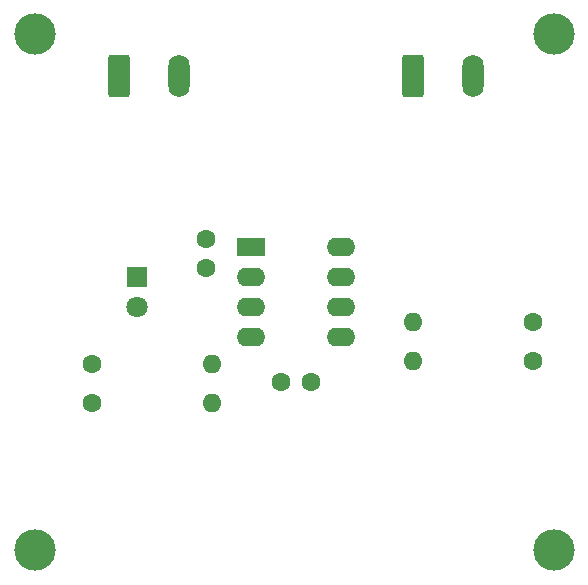
<source format=gtl>
G04 #@! TF.GenerationSoftware,KiCad,Pcbnew,8.0.6*
G04 #@! TF.CreationDate,2024-11-03T17:10:04-03:00*
G04 #@! TF.ProjectId,555-Oscilador-pisca-r01,3535352d-4f73-4636-996c-61646f722d70,rev?*
G04 #@! TF.SameCoordinates,Original*
G04 #@! TF.FileFunction,Copper,L1,Top*
G04 #@! TF.FilePolarity,Positive*
%FSLAX46Y46*%
G04 Gerber Fmt 4.6, Leading zero omitted, Abs format (unit mm)*
G04 Created by KiCad (PCBNEW 8.0.6) date 2024-11-03 17:10:04*
%MOMM*%
%LPD*%
G01*
G04 APERTURE LIST*
G04 Aperture macros list*
%AMRoundRect*
0 Rectangle with rounded corners*
0 $1 Rounding radius*
0 $2 $3 $4 $5 $6 $7 $8 $9 X,Y pos of 4 corners*
0 Add a 4 corners polygon primitive as box body*
4,1,4,$2,$3,$4,$5,$6,$7,$8,$9,$2,$3,0*
0 Add four circle primitives for the rounded corners*
1,1,$1+$1,$2,$3*
1,1,$1+$1,$4,$5*
1,1,$1+$1,$6,$7*
1,1,$1+$1,$8,$9*
0 Add four rect primitives between the rounded corners*
20,1,$1+$1,$2,$3,$4,$5,0*
20,1,$1+$1,$4,$5,$6,$7,0*
20,1,$1+$1,$6,$7,$8,$9,0*
20,1,$1+$1,$8,$9,$2,$3,0*%
G04 Aperture macros list end*
G04 #@! TA.AperFunction,ComponentPad*
%ADD10C,1.600000*%
G04 #@! TD*
G04 #@! TA.AperFunction,ComponentPad*
%ADD11O,1.600000X1.600000*%
G04 #@! TD*
G04 #@! TA.AperFunction,ComponentPad*
%ADD12RoundRect,0.250000X-0.650000X-1.550000X0.650000X-1.550000X0.650000X1.550000X-0.650000X1.550000X0*%
G04 #@! TD*
G04 #@! TA.AperFunction,ComponentPad*
%ADD13O,1.800000X3.600000*%
G04 #@! TD*
G04 #@! TA.AperFunction,ComponentPad*
%ADD14R,2.400000X1.600000*%
G04 #@! TD*
G04 #@! TA.AperFunction,ComponentPad*
%ADD15O,2.400000X1.600000*%
G04 #@! TD*
G04 #@! TA.AperFunction,ComponentPad*
%ADD16R,1.800000X1.800000*%
G04 #@! TD*
G04 #@! TA.AperFunction,ComponentPad*
%ADD17C,1.800000*%
G04 #@! TD*
G04 #@! TA.AperFunction,ViaPad*
%ADD18C,3.500000*%
G04 #@! TD*
G04 APERTURE END LIST*
D10*
X123698000Y-114808000D03*
D11*
X133858000Y-114808000D03*
D10*
X161036000Y-111252000D03*
D11*
X150876000Y-111252000D03*
D12*
X125984000Y-90424000D03*
D13*
X131064000Y-90424000D03*
D12*
X150876000Y-90424000D03*
D13*
X155956000Y-90424000D03*
D10*
X161036000Y-114554000D03*
D11*
X150876000Y-114554000D03*
D10*
X123698000Y-118110000D03*
D11*
X133858000Y-118110000D03*
D14*
X137160000Y-104902000D03*
D15*
X137160000Y-107442000D03*
X137160000Y-109982000D03*
X137160000Y-112522000D03*
X144780000Y-112522000D03*
X144780000Y-109982000D03*
X144780000Y-107442000D03*
X144780000Y-104902000D03*
D16*
X127508000Y-107442000D03*
D17*
X127508000Y-109982000D03*
D10*
X133350000Y-106680000D03*
X133350000Y-104180000D03*
X142240000Y-116332000D03*
X139740000Y-116332000D03*
D18*
X118872000Y-130556000D03*
X162814000Y-130556000D03*
X118872000Y-86868000D03*
X162814000Y-86868000D03*
M02*

</source>
